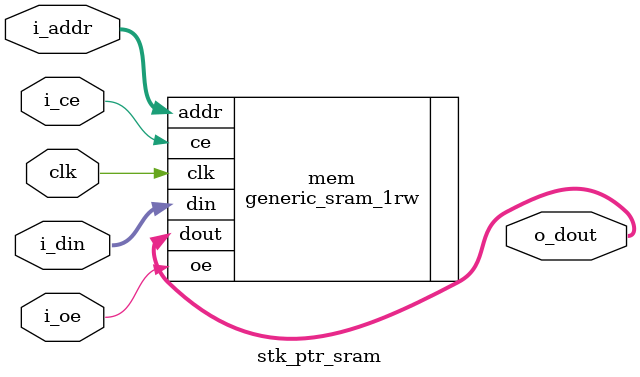
<source format=sv>

module stk_ptr_sram (
// -------------------------------------------------------------------------- //
//
  input wire logic [9:0]                             i_addr
, input wire logic [9:0]                             i_din
, input wire logic                                   i_ce
, input wire logic                                   i_oe
//
, output wire logic [9:0]                            o_dout

// -------------------------------------------------------------------------- //
//
, input wire logic                                   clk
);

// -------------------------------------------------------------------------- //
//
generic_sram_1rw #(.W(10), .N(1024)) mem (
//
  .addr                       (i_addr)
, .din                        (i_din)
, .ce                         (i_ce)
, .oe                         (i_oe)
, .dout                       (o_dout)
//
, .clk                        (clk)
);

endmodule : stk_ptr_sram
</source>
